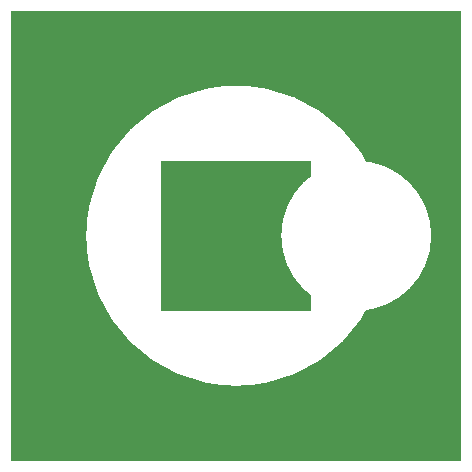
<source format=gbr>
G04 This file illustrates how to use levels to create holes*
%FSLAX27Y27*%
%MOIN*%
G01*
G04 First level: big square - dark polarity*
%LPD*%
G36*
X2500000Y2500000D02*
G01X17500000D01*
G01Y17500000D01*
G01X2500000D01*
G01Y2500000D01*
G37*
G04 Second level: big circle - clear polarity*
%LPC*%
G36*
G75*
X5000000Y10000000D02*
G03X5000000Y10000000I5000000J0D01*
G37*
G04 Third level: small square - dark polarity*
%LPD*%
G36*
X7500000Y7500000D02*
G01X12500000D01*
G01Y12500000D01*
G01X7500000D01*
G01Y7500000D01*
G37*
G04 Fourth level: small circle - clear polarity*
%LPC*%
G36*
G75*
X11500000Y10000000D02*
G03X11500000Y10000000I2500000J0D01*
G37*
M02*

</source>
